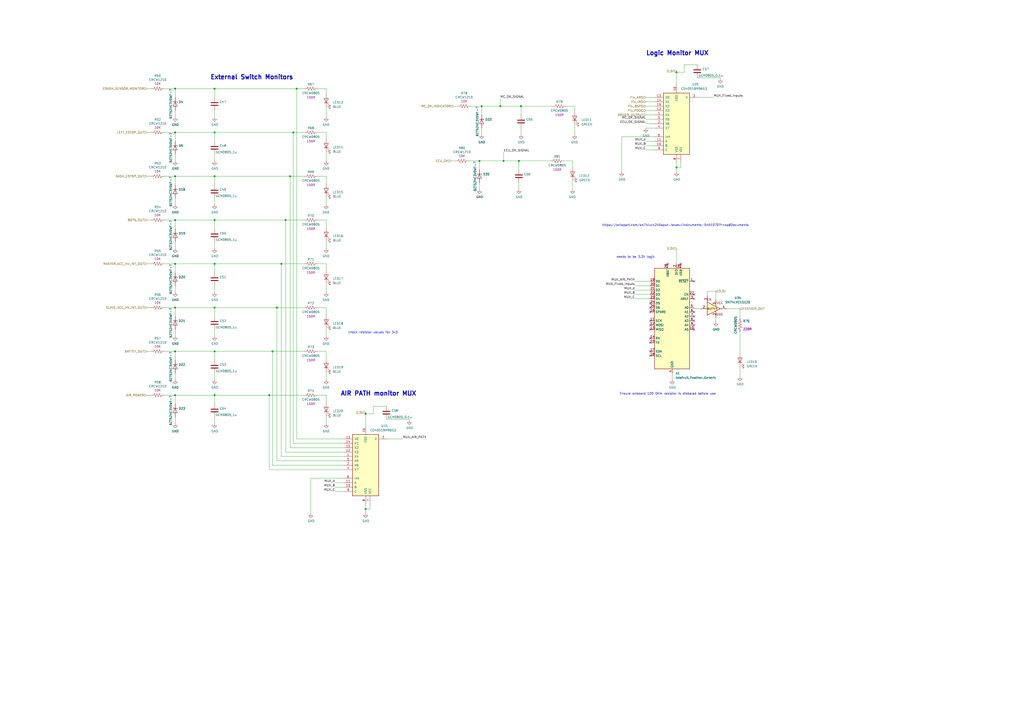
<source format=kicad_sch>
(kicad_sch (version 20231120) (generator "eeschema") (generator_version "8.0")
  (paper "A2")
  (junction (at 290.195 61.595))
  (junction (at 278.13 93.345))
  (junction (at 168.275 102.235))
  (junction (at 302.26 61.595))
  (junction (at 156.21 229.235))
  (junction (at 101.6 178.435))
  (junction (at 124.46 153.035))
  (junction (at 124.46 102.235))
  (junction (at 124.46 127.635))
  (junction (at 101.6 102.235))
  (junction (at 101.6 229.235))
  (junction (at 124.46 178.435))
  (junction (at 292.1 93.345))
  (junction (at 101.6 51.435))
  (junction (at 212.09 240.03))
  (junction (at 158.115 203.835))
  (junction (at 101.6 76.835))
  (junction (at 124.46 51.435))
  (junction (at 392.43 97.155))
  (junction (at 279.4 61.595))
  (junction (at 212.09 295.275))
  (junction (at 124.46 203.835))
  (junction (at 124.46 229.235))
  (junction (at 124.46 76.835))
  (junction (at 160.655 178.435))
  (junction (at 101.6 153.035))
  (junction (at 392.43 41.91))
  (junction (at 101.6 127.635))
  (junction (at 172.085 51.435))
  (junction (at 300.99 93.345))
  (junction (at 170.18 76.835))
  (junction (at 165.735 127.635))
  (junction (at 163.195 153.035))
  (junction (at 101.6 203.835))
  (no_connect (at 377.19 206.375))
  (no_connect (at 402.59 186.055))
  (no_connect (at 377.19 186.055))
  (no_connect (at 402.59 173.355))
  (no_connect (at 402.59 180.975))
  (no_connect (at 402.59 188.595))
  (no_connect (at 377.19 180.975))
  (no_connect (at 377.19 203.835))
  (no_connect (at 377.19 196.215))
  (no_connect (at 377.19 175.895))
  (no_connect (at 377.19 188.595))
  (no_connect (at 387.35 153.035))
  (no_connect (at 402.59 183.515))
  (no_connect (at 377.19 191.135))
  (no_connect (at 402.59 191.135))
  (no_connect (at 377.19 178.435))
  (no_connect (at 402.59 163.195))
  (no_connect (at 377.19 198.755))
  (no_connect (at 394.97 153.035))
  (no_connect (at 402.59 170.815))
  (wire (pts (xy 124.46 153.035) (xy 124.46 158.115)))
  (wire (pts (xy 410.21 168.91) (xy 415.29 168.91)))
  (wire (pts (xy 124.46 102.235) (xy 168.275 102.235)))
  (wire (pts (xy 101.6 169.545) (xy 101.6 165.735)))
  (wire (pts (xy 101.6 245.745) (xy 101.6 241.935)))
  (wire (pts (xy 402.59 178.435) (xy 402.59 179.07)))
  (wire (pts (xy 279.4 66.675) (xy 279.4 61.595)))
  (wire (pts (xy 332.105 104.775) (xy 332.105 109.855)))
  (wire (pts (xy 392.43 41.91) (xy 392.43 48.895)))
  (wire (pts (xy 101.6 127.635) (xy 124.46 127.635)))
  (wire (pts (xy 189.23 127.635) (xy 189.23 132.08)))
  (wire (pts (xy 278.13 98.425) (xy 278.13 93.345)))
  (wire (pts (xy 392.43 94.615) (xy 392.43 97.155)))
  (wire (pts (xy 374.65 86.995) (xy 379.73 86.995)))
  (wire (pts (xy 101.6 107.315) (xy 101.6 102.235)))
  (wire (pts (xy 224.79 254.635) (xy 233.68 254.635)))
  (wire (pts (xy 87.63 76.835) (xy 85.09 76.835)))
  (wire (pts (xy 415.29 184.15) (xy 415.29 186.69)))
  (wire (pts (xy 124.46 191.135) (xy 124.46 194.945)))
  (wire (pts (xy 189.23 139.7) (xy 189.23 144.145)))
  (wire (pts (xy 101.6 153.035) (xy 124.46 153.035)))
  (wire (pts (xy 199.39 282.575) (xy 194.31 282.575)))
  (wire (pts (xy 374.65 64.135) (xy 379.73 64.135)))
  (wire (pts (xy 214.63 292.735) (xy 214.63 295.275)))
  (wire (pts (xy 328.295 61.595) (xy 333.375 61.595)))
  (wire (pts (xy 101.6 234.315) (xy 101.6 229.235)))
  (wire (pts (xy 278.13 109.855) (xy 278.13 106.045)))
  (wire (pts (xy 158.115 269.875) (xy 199.39 269.875)))
  (wire (pts (xy 184.15 102.235) (xy 189.23 102.235)))
  (wire (pts (xy 224.155 235.585) (xy 216.535 235.585)))
  (wire (pts (xy 87.63 127.635) (xy 85.09 127.635)))
  (wire (pts (xy 101.6 203.835) (xy 124.46 203.835)))
  (wire (pts (xy 189.23 241.3) (xy 189.23 245.745)))
  (wire (pts (xy 172.085 51.435) (xy 172.085 254.635)))
  (wire (pts (xy 184.15 51.435) (xy 189.23 51.435)))
  (wire (pts (xy 124.46 153.035) (xy 163.195 153.035)))
  (wire (pts (xy 429.26 212.725) (xy 429.26 218.44)))
  (wire (pts (xy 374.65 69.215) (xy 379.73 69.215)))
  (wire (pts (xy 302.26 61.595) (xy 320.675 61.595)))
  (wire (pts (xy 189.23 190.5) (xy 189.23 194.945)))
  (wire (pts (xy 160.655 178.435) (xy 176.53 178.435)))
  (wire (pts (xy 212.09 240.03) (xy 212.09 247.015)))
  (wire (pts (xy 170.18 76.835) (xy 170.18 257.175)))
  (wire (pts (xy 124.46 51.435) (xy 124.46 56.515)))
  (wire (pts (xy 212.09 292.735) (xy 212.09 295.275)))
  (wire (pts (xy 302.26 74.295) (xy 302.26 78.105)))
  (wire (pts (xy 333.375 72.39) (xy 333.375 78.105)))
  (wire (pts (xy 101.6 102.235) (xy 124.46 102.235)))
  (wire (pts (xy 194.31 285.115) (xy 199.39 285.115)))
  (wire (pts (xy 87.63 51.435) (xy 85.09 51.435)))
  (wire (pts (xy 124.46 114.935) (xy 124.46 118.745)))
  (wire (pts (xy 189.23 178.435) (xy 189.23 182.88)))
  (wire (pts (xy 392.43 41.275) (xy 392.43 41.91)))
  (wire (pts (xy 368.3 165.735) (xy 377.19 165.735)))
  (wire (pts (xy 101.6 81.915) (xy 101.6 76.835)))
  (wire (pts (xy 158.115 203.835) (xy 176.53 203.835)))
  (wire (pts (xy 394.97 94.615) (xy 394.97 97.155)))
  (wire (pts (xy 290.195 61.595) (xy 302.26 61.595)))
  (wire (pts (xy 237.49 243.205) (xy 237.49 243.84)))
  (wire (pts (xy 95.25 178.435) (xy 101.6 178.435)))
  (wire (pts (xy 279.4 78.105) (xy 279.4 74.295)))
  (wire (pts (xy 180.34 277.495) (xy 180.34 297.815)))
  (wire (pts (xy 410.21 171.45) (xy 410.21 168.91)))
  (wire (pts (xy 168.275 259.715) (xy 199.39 259.715)))
  (wire (pts (xy 101.6 93.345) (xy 101.6 89.535)))
  (wire (pts (xy 168.275 102.235) (xy 176.53 102.235)))
  (wire (pts (xy 85.09 229.235) (xy 87.63 229.235)))
  (wire (pts (xy 394.97 97.155) (xy 392.43 97.155)))
  (wire (pts (xy 271.78 93.345) (xy 278.13 93.345)))
  (wire (pts (xy 124.46 203.835) (xy 158.115 203.835)))
  (wire (pts (xy 392.43 97.155) (xy 392.43 99.695)))
  (wire (pts (xy 421.64 179.07) (xy 429.26 179.07)))
  (wire (pts (xy 224.155 243.205) (xy 237.49 243.205)))
  (wire (pts (xy 368.3 170.815) (xy 377.19 170.815)))
  (wire (pts (xy 101.6 194.945) (xy 101.6 191.135)))
  (wire (pts (xy 273.05 61.595) (xy 279.4 61.595)))
  (wire (pts (xy 379.73 79.375) (xy 360.68 79.375)))
  (wire (pts (xy 199.39 277.495) (xy 180.34 277.495)))
  (wire (pts (xy 101.6 183.515) (xy 101.6 178.435)))
  (wire (pts (xy 124.46 51.435) (xy 172.085 51.435)))
  (wire (pts (xy 292.1 88.265) (xy 292.1 93.345)))
  (wire (pts (xy 189.23 102.235) (xy 189.23 106.68)))
  (wire (pts (xy 101.6 229.235) (xy 124.46 229.235)))
  (wire (pts (xy 170.18 257.175) (xy 199.39 257.175)))
  (wire (pts (xy 95.25 51.435) (xy 101.6 51.435)))
  (wire (pts (xy 189.23 62.23) (xy 189.23 67.945)))
  (wire (pts (xy 300.99 106.045) (xy 300.99 109.855)))
  (wire (pts (xy 300.99 93.345) (xy 319.405 93.345)))
  (wire (pts (xy 85.09 203.835) (xy 87.63 203.835)))
  (wire (pts (xy 184.15 178.435) (xy 189.23 178.435)))
  (wire (pts (xy 124.46 76.835) (xy 124.46 81.915)))
  (wire (pts (xy 212.09 295.275) (xy 212.09 297.815)))
  (wire (pts (xy 279.4 61.595) (xy 290.195 61.595)))
  (wire (pts (xy 300.99 93.345) (xy 300.99 98.425)))
  (wire (pts (xy 95.25 153.035) (xy 101.6 153.035)))
  (wire (pts (xy 158.115 203.835) (xy 158.115 269.875)))
  (wire (pts (xy 333.375 61.595) (xy 333.375 64.77)))
  (wire (pts (xy 189.23 88.265) (xy 189.23 93.345)))
  (wire (pts (xy 360.68 79.375) (xy 360.68 99.695)))
  (wire (pts (xy 368.3 163.195) (xy 377.19 163.195)))
  (wire (pts (xy 374.65 56.515) (xy 379.73 56.515)))
  (wire (pts (xy 101.6 208.915) (xy 101.6 203.835)))
  (wire (pts (xy 389.89 216.535) (xy 389.89 220.345)))
  (wire (pts (xy 163.195 153.035) (xy 176.53 153.035)))
  (wire (pts (xy 124.46 178.435) (xy 124.46 183.515)))
  (wire (pts (xy 404.495 37.465) (xy 396.875 37.465)))
  (wire (pts (xy 101.6 76.835) (xy 124.46 76.835)))
  (wire (pts (xy 95.25 203.835) (xy 101.6 203.835)))
  (wire (pts (xy 377.19 168.275) (xy 368.3 168.275)))
  (wire (pts (xy 189.23 51.435) (xy 189.23 54.61)))
  (wire (pts (xy 163.195 264.795) (xy 199.39 264.795)))
  (wire (pts (xy 101.6 51.435) (xy 124.46 51.435)))
  (wire (pts (xy 87.63 102.235) (xy 85.09 102.235)))
  (wire (pts (xy 189.23 114.3) (xy 189.23 118.745)))
  (wire (pts (xy 101.6 132.715) (xy 101.6 127.635)))
  (wire (pts (xy 165.735 262.255) (xy 199.39 262.255)))
  (wire (pts (xy 95.25 229.235) (xy 101.6 229.235)))
  (wire (pts (xy 374.65 61.595) (xy 379.73 61.595)))
  (wire (pts (xy 290.195 57.15) (xy 290.195 61.595)))
  (wire (pts (xy 124.46 64.135) (xy 124.46 67.945)))
  (wire (pts (xy 124.46 229.235) (xy 156.21 229.235)))
  (wire (pts (xy 165.735 127.635) (xy 165.735 262.255)))
  (wire (pts (xy 302.26 61.595) (xy 302.26 66.675)))
  (wire (pts (xy 392.43 144.145) (xy 392.43 153.035)))
  (wire (pts (xy 95.25 76.835) (xy 101.6 76.835)))
  (wire (pts (xy 429.26 179.07) (xy 429.26 184.785)))
  (wire (pts (xy 95.25 102.235) (xy 101.6 102.235)))
  (wire (pts (xy 124.46 178.435) (xy 160.655 178.435)))
  (wire (pts (xy 396.875 37.465) (xy 396.875 41.91)))
  (wire (pts (xy 374.65 71.755) (xy 379.73 71.755)))
  (wire (pts (xy 124.46 165.735) (xy 124.46 169.545)))
  (wire (pts (xy 415.29 168.91) (xy 415.29 173.99)))
  (wire (pts (xy 194.31 280.035) (xy 199.39 280.035)))
  (wire (pts (xy 265.43 61.595) (xy 262.89 61.595)))
  (wire (pts (xy 189.23 76.835) (xy 189.23 80.645)))
  (wire (pts (xy 184.15 153.035) (xy 189.23 153.035)))
  (wire (pts (xy 379.73 84.455) (xy 374.65 84.455)))
  (wire (pts (xy 101.6 220.345) (xy 101.6 216.535)))
  (wire (pts (xy 406.4 179.07) (xy 402.59 179.07)))
  (wire (pts (xy 101.6 56.515) (xy 101.6 51.435)))
  (wire (pts (xy 156.21 272.415) (xy 199.39 272.415)))
  (wire (pts (xy 184.15 76.835) (xy 189.23 76.835)))
  (wire (pts (xy 184.15 229.235) (xy 189.23 229.235)))
  (wire (pts (xy 101.6 144.145) (xy 101.6 140.335)))
  (wire (pts (xy 184.15 127.635) (xy 189.23 127.635)))
  (wire (pts (xy 405.13 56.515) (xy 414.02 56.515)))
  (wire (pts (xy 170.18 76.835) (xy 176.53 76.835)))
  (wire (pts (xy 101.6 158.115) (xy 101.6 153.035)))
  (wire (pts (xy 374.65 74.295) (xy 379.73 74.295)))
  (wire (pts (xy 212.09 239.395) (xy 212.09 240.03)))
  (wire (pts (xy 172.085 254.635) (xy 199.39 254.635)))
  (wire (pts (xy 124.46 127.635) (xy 165.735 127.635)))
  (wire (pts (xy 124.46 89.535) (xy 124.46 93.345)))
  (wire (pts (xy 396.875 41.91) (xy 392.43 41.91)))
  (wire (pts (xy 124.46 241.935) (xy 124.46 245.745)))
  (wire (pts (xy 264.16 93.345) (xy 261.62 93.345)))
  (wire (pts (xy 124.46 140.335) (xy 124.46 144.145)))
  (wire (pts (xy 216.535 235.585) (xy 216.535 240.03)))
  (wire (pts (xy 101.6 118.745) (xy 101.6 114.935)))
  (wire (pts (xy 379.73 59.055) (xy 374.65 59.055)))
  (wire (pts (xy 156.21 229.235) (xy 176.53 229.235)))
  (wire (pts (xy 168.275 102.235) (xy 168.275 259.715)))
  (wire (pts (xy 292.1 93.345) (xy 300.99 93.345)))
  (wire (pts (xy 124.46 216.535) (xy 124.46 220.345)))
  (wire (pts (xy 216.535 240.03) (xy 212.09 240.03)))
  (wire (pts (xy 160.655 178.435) (xy 160.655 267.335)))
  (wire (pts (xy 374.65 81.915) (xy 379.73 81.915)))
  (wire (pts (xy 85.09 178.435) (xy 87.63 178.435)))
  (wire (pts (xy 124.46 127.635) (xy 124.46 132.715)))
  (wire (pts (xy 87.63 153.035) (xy 85.09 153.035)))
  (wire (pts (xy 124.46 76.835) (xy 170.18 76.835)))
  (wire (pts (xy 189.23 203.835) (xy 189.23 208.28)))
  (wire (pts (xy 278.13 93.345) (xy 292.1 93.345)))
  (wire (pts (xy 327.025 93.345) (xy 332.105 93.345)))
  (wire (pts (xy 101.6 178.435) (xy 124.46 178.435)))
  (wire (pts (xy 95.25 127.635) (xy 101.6 127.635)))
  (wire (pts (xy 124.46 102.235) (xy 124.46 107.315)))
  (wire (pts (xy 214.63 295.275) (xy 212.09 295.275)))
  (wire (pts (xy 163.195 153.035) (xy 163.195 264.795)))
  (wire (pts (xy 189.23 229.235) (xy 189.23 233.68)))
  (wire (pts (xy 101.6 67.945) (xy 101.6 64.135)))
  (wire (pts (xy 429.26 192.405) (xy 429.26 205.105)))
  (wire (pts (xy 379.73 66.675) (xy 374.65 66.675)))
  (wire (pts (xy 172.085 51.435) (xy 176.53 51.435)))
  (wire (pts (xy 160.655 267.335) (xy 199.39 267.335)))
  (wire (pts (xy 189.23 215.9) (xy 189.23 220.345)))
  (wire (pts (xy 417.83 45.085) (xy 417.83 45.72)))
  (wire (pts (xy 189.23 153.035) (xy 189.23 156.845)))
  (wire (pts (xy 189.23 164.465) (xy 189.23 169.545)))
  (wire (pts (xy 165.735 127.635) (xy 176.53 127.635)))
  (wire (pts (xy 124.46 203.835) (xy 124.46 208.915)))
  (wire (pts (xy 184.15 203.835) (xy 189.23 203.835)))
  (wire (pts (xy 404.495 45.085) (xy 417.83 45.085)))
  (wire (pts (xy 332.105 93.345) (xy 332.105 97.155)))
  (wire (pts (xy 124.46 229.235) (xy 124.46 234.315)))
  (wire (pts (xy 377.19 173.355) (xy 368.3 173.355)))
  (wire (pts (xy 156.21 229.235) (xy 156.21 272.415)))
  (text "External Switch Monitors" (at 121.92 46.355 0) (effects (font (size 2.54 2.54) (thickness 0.508) (bold yes)) (justify left bottom)))
  (text "https://octopart.com/sn74lvc4245apwt-texas+instruments-5451070?r=sp#Documents" (at 349.25 131.445 0) (effects (font (size 1.27 1.27)) (justify left bottom)))
  (text "Logic Monitor MUX" (at 374.65 32.385 0) (effects (font (size 2.54 2.54) (thickness 0.508) (bold yes)) (justify left bottom)))
  (text "check resistor values for 3v3" (at 201.93 193.675 0) (effects (font (size 1.27 1.27)) (justify left bottom)))
  (text "Ensure onboard 120 Ohm resistor is disbaled before use" (at 359.41 229.235 0) (effects (font (size 1.27 1.27)) (justify left bottom)))
  (text "needs to be 3.3V logic" (at 357.505 149.86 0) (effects (font (size 1.27 1.27)) (justify left bottom)))
  (text "AIR PATH monitor MUX" (at 197.485 229.87 0) (effects (font (size 2.54 2.54) (thickness 0.508) (bold yes)) (justify left bottom)))
  (label "ECU_OK_SIGNAL" (at 292.1 88.265 0))
  (label "MUX_Fixed_Inputs" (at 368.3 165.735 180))
  (label "ECU_OK_SIGNAL" (at 374.65 71.755 180))
  (label "MUX_B" (at 368.3 170.815 180))
  (label "MUX_A" (at 374.65 81.915 180))
  (label "MC_OK_SIGNAL" (at 290.195 57.15 0))
  (label "MUX_C" (at 368.3 173.355 180))
  (label "MUX_AIR_PATH" (at 233.68 254.635 0))
  (label "MUX_A" (at 194.31 280.035 180))
  (label "MUX_AIR_PATH" (at 368.3 163.195 180))
  (label "MUX_C" (at 194.31 285.115 180))
  (label "MUX_Fixed_Inputs" (at 414.02 56.515 0))
  (label "MUX_C" (at 374.65 86.995 180))
  (label "MUX_B" (at 194.31 282.575 180))
  (label "MUX_A" (at 368.3 168.275 180))
  (label "MC_OK_SIGNAL" (at 374.65 69.215 180))
  (label "MUX_B" (at 374.65 84.455 180))
  (hierarchical_label "3.3V" (shape input) (at 392.43 144.145 180))
  (hierarchical_label "AIR_POWER" (shape input) (at 85.09 229.235 180))
  (hierarchical_label "SAFTEY_OUT" (shape input) (at 85.09 203.835 180))
  (hierarchical_label "MC_OK_INDICATOR" (shape input) (at 262.89 61.595 180))
  (hierarchical_label "BOTS_OUT" (shape input) (at 85.09 127.635 180))
  (hierarchical_label "DASH_ESTOP_OUT" (shape input) (at 85.09 102.235 180))
  (hierarchical_label "ECU_OK" (shape input) (at 261.62 93.345 180))
  (hierarchical_label "Fix_BSPD" (shape input) (at 374.65 61.595 180))
  (hierarchical_label "Fix_AMS" (shape input) (at 374.65 56.515 180))
  (hierarchical_label "3.3V" (shape input) (at 392.43 41.275 180))
  (hierarchical_label "SLAVE_ACC_HV_INT_OUT" (shape input) (at 85.09 178.435 180))
  (hierarchical_label "DRIVER_OUTPUT" (shape input) (at 374.65 66.675 180))
  (hierarchical_label "FEATHER_OUT" (shape input) (at 429.26 179.07 0))
  (hierarchical_label "3.3V" (shape input) (at 415.29 168.91 0))
  (hierarchical_label "LEFT_ESTOP_OUT" (shape input) (at 85.09 76.835 180))
  (hierarchical_label "Fix_IMD" (shape input) (at 374.65 59.055 180))
  (hierarchical_label "Fix_PDOC" (shape input) (at 374.65 64.135 180))
  (hierarchical_label "3.3V" (shape input) (at 212.09 239.395 180))
  (hierarchical_label "CRASH_SENSOR_MONITOR" (shape input) (at 85.09 51.435 180))
  (hierarchical_label "MASTER_ACC_HV_INT_OUT" (shape input) (at 85.09 153.035 180))
  (symbol (lib_id "power:GND") (at 279.4 78.105 0) (unit 1)
    (property "Reference" "#PWR0115" (effects (hide yes)))
    (property "Value" "GND" (at 279.527 82.4992 0))
    (instances (project "shutdownPCB" (path "" (reference "#PWR0115") (unit 1))) (project "Safety Circuit" (path "" (reference "#PWR076") (unit 1))))
  )
  (symbol (lib_id "power:GND") (at 189.23 144.145 0) (mirror y) (unit 1)
    (property "Reference" "#PWR0124" (effects (hide yes)))
    (property "Value" "GND" (at 189.103 148.5392 0))
    (instances (project "shutdownPCB" (path "" (reference "#PWR0124") (unit 1))) (project "Safety Circuit" (path "" (reference "#PWR071") (unit 1))))
  )
  (symbol (lib_id "power:GND") (at 124.46 169.545 0) (unit 1)
    (property "Reference" "#PWR0108" (effects (hide yes)))
    (property "Value" "GND" (at 124.587 173.9392 0))
    (instances (project "shutdownPCB" (path "" (reference "#PWR0108") (unit 1))) (project "Safety Circuit" (path "" (reference "#PWR0101") (unit 1))))
  )
  (symbol (lib_id "power:GND") (at 101.6 245.745 0) (unit 1)
    (property "Reference" "#PWR0103" (effects (hide yes)))
    (property "Value" "GND" (at 101.727 250.1392 0))
    (instances (project "shutdownPCB" (path "" (reference "#PWR0103") (unit 1))) (project "Safety Circuit" (path "" (reference "#PWR0121") (unit 1))))
  )
  (symbol (lib_id "Safety-Circuit-rescue:CRCW1210-UniSA_Motorsport_Resistor") (at 91.44 178.435 270) (unit 1)
    (property "Reference" "R56" (at 91.44 170.942 90))
    (property "Value" "CRCW1210" (at 91.44 173.2534 90))
    (property "Footprint" "UniSA_Motorsport_Resistor:0805" (effects (hide yes)))
    (property "Datasheet" "https://au.mouser.com/datasheet/2/427/dcrcwe3-1762152.pdf" (effects (hide yes)))
    (property "Resistance" "10K" (at 91.44 175.5648 90))
    (property "Voltage Rating" "200V" (effects (hide yes)))
    (property "Power Rating" "500mW" (effects (hide yes)))
    (property "E24 Values" "http://www.ohmslawcalculator.com/e24-resistor-sizes" (effects (hide yes)))
    (instances (project "shutdownPCB" (path "" (reference "R56") (unit 1))) (project "Safety Circuit" (path "" (reference "R68") (unit 1))))
  )
  (symbol (lib_id "UniSA_Motorsport_Diode:LED_0805") (at 189.23 110.49 90) (unit 1)
    (property "Reference" "LED15" (at 193.04 111.4552 90) (effects (justify right)))
    (property "Value" "BLUE" (at 193.04 113.9952 90) (effects (justify right)))
    (property "Footprint" "UniSA_Motorsport_Diode:0805" (effects (hide yes)))
    (property "Datasheet" "https://au.mouser.com/datasheet/2/109/Dialight_CBI_data_599-0805_Apr2018-1370606.pdf" (effects (hide yes)))
    (property "Color" "Red, Blue, Green, Orange, Yellow" (effects (hide yes)))
  )
  (symbol (lib_id "power:GND") (at 392.43 99.695 0) (unit 1)
    (property "Reference" "#PWR0135" (effects (hide yes)))
    (property "Value" "GND" (at 392.557 104.0892 0))
    (instances (project "shutdownPCB" (path "" (reference "#PWR0135") (unit 1))) (project "Safety Circuit" (path "" (reference "#PWR0119") (unit 1))))
  )
  (symbol (lib_id "UniSA_Motorsport_Diode:LED_0805") (at 189.23 160.655 90) (unit 1)
    (property "Reference" "LED17" (at 193.04 161.6202 90) (effects (justify right)))
    (property "Value" "BLUE" (at 193.04 164.1602 90) (effects (justify right)))
    (property "Footprint" "UniSA_Motorsport_Diode:0805" (effects (hide yes)))
    (property "Datasheet" "https://au.mouser.com/datasheet/2/109/Dialight_CBI_data_599-0805_Apr2018-1370606.pdf" (effects (hide yes)))
    (property "Color" "Red, Blue, Green, Orange, Yellow" (effects (hide yes)))
  )
  (symbol (lib_id "power:GND") (at 124.46 93.345 0) (unit 1)
    (property "Reference" "#PWR0105" (effects (hide yes)))
    (property "Value" "GND" (at 124.587 97.7392 0))
    (instances (project "shutdownPCB" (path "" (reference "#PWR0105") (unit 1))) (project "Safety Circuit" (path "" (reference "#PWR083") (unit 1))))
  )
  (symbol (lib_id "power:GND") (at 389.89 220.345 0) (unit 1)
    (property "Reference" "#PWR0138" (effects (hide yes)))
    (property "Value" "GND" (at 390.017 224.7392 0))
    (instances (project "shutdownPCB" (path "" (reference "#PWR0138") (unit 1))) (project "Safety Circuit" (path "" (reference "#PWR0150") (unit 1))))
  )
  (symbol (lib_id "power:GND") (at 302.26 78.105 0) (unit 1)
    (property "Reference" "#PWR0131" (effects (hide yes)))
    (property "Value" "GND" (at 302.387 82.4992 0))
    (instances (project "shutdownPCB" (path "" (reference "#PWR0131") (unit 1))) (project "Safety Circuit" (path "" (reference "#PWR077") (unit 1))))
  )
  (symbol (lib_id "power:GND") (at 101.6 220.345 0) (unit 1)
    (property "Reference" "#PWR0102" (effects (hide yes)))
    (property "Value" "GND" (at 101.727 224.7392 0))
    (instances (project "shutdownPCB" (path "" (reference "#PWR0102") (unit 1))) (project "Safety Circuit" (path "" (reference "#PWR0113") (unit 1))))
  )
  (symbol (lib_id "UniSA_Motorsport_Diode:BZT52HC3V0WF-7") (at 101.6 161.925 270) (unit 1)
    (property "Reference" "D20" (at 103.6066 160.7566 90) (effects (justify left)))
    (property "Value" "BZT52HC3V0WF-7" (at 99.06 161.925 0))
    (property "Footprint" "UniSA_Motorsport_SO:SOD123F" (effects (hide yes)))
    (property "Datasheet" "https://au.mouser.com/datasheet/2/115/BZT52HC2V4WF_-_BZT52HC47WF-1592021.pdf" (effects (hide yes)))
    (property "Breakdown" "3.0V" (effects (hide yes)))
    (property "Current rating" "5mA" (effects (hide yes)))
    (instances (project "shutdownPCB" (path "" (reference "D20") (unit 1))) (project "Safety Circuit" (path "" (reference "D28") (unit 1))))
  )
  (symbol (lib_id "power:GND") (at 278.13 109.855 0) (unit 1)
    (property "Reference" "#PWR0134" (effects (hide yes)))
    (property "Value" "GND" (at 278.257 114.2492 0))
    (instances (project "shutdownPCB" (path "" (reference "#PWR0134") (unit 1))) (project "Safety Circuit" (path "" (reference "#PWR076") (unit 1))))
  )
  (symbol (lib_id "UniSA_Motorsport_Resistor:CRCW0805") (at 180.34 76.835 90) (unit 1)
    (property "Reference" "R68" (at 180.34 74.295 90))
    (property "Value" "CRCW0805" (at 180.34 79.375 90))
    (property "Footprint" "UniSA_Motorsport_Resistor:0805" (effects (hide yes)))
    (property "Datasheet" "https://au.mouser.com/datasheet/2/427/dcrcwe3-1762152.pdf" (effects (hide yes)))
    (property "Resistance" "150R" (at 180.34 81.915 90))
    (property "Voltage Rating" "150V" (effects (hide yes)))
    (property "Power Rating" "125mW" (effects (hide yes)))
    (property "E24 Values" "http://www.ohmslawcalculator.com/e24-resistor-sizes" (effects (hide yes)))
    (instances (project "shutdownPCB" (path "" (reference "R68") (unit 1))) (project "Safety Circuit" (path "" (reference "R55") (unit 1))))
  )
  (symbol (lib_id "Safety-Circuit-rescue:CRCW1210-UniSA_Motorsport_Resistor") (at 91.44 76.835 270) (unit 1)
    (property "Reference" "R52" (at 91.44 69.342 90))
    (property "Value" "CRCW1210" (at 91.44 71.6534 90))
    (property "Footprint" "UniSA_Motorsport_Resistor:0805" (effects (hide yes)))
    (property "Datasheet" "https://au.mouser.com/datasheet/2/427/dcrcwe3-1762152.pdf" (effects (hide yes)))
    (property "Resistance" "10K" (at 91.44 73.9648 90))
    (property "Voltage Rating" "200V" (effects (hide yes)))
    (property "Power Rating" "500mW" (effects (hide yes)))
    (property "E24 Values" "http://www.ohmslawcalculator.com/e24-resistor-sizes" (effects (hide yes)))
    (instances (project "shutdownPCB" (path "" (reference "R52") (unit 1))) (project "Safety Circuit" (path "" (reference "R53") (unit 1))))
  )
  (symbol (lib_id "power:GND") (at 101.6 93.345 0) (unit 1)
    (property "Reference" "#PWR097" (effects (hide yes)))
    (property "Value" "GND" (at 101.727 97.7392 0))
    (instances (project "shutdownPCB" (path "" (reference "#PWR097") (unit 1))) (project "Safety Circuit" (path "" (reference "#PWR082") (unit 1))))
  )
  (symbol (lib_id "UniSA_Motorsport_Diode:LED_0805") (at 189.23 84.455 90) (unit 1)
    (property "Reference" "LED14" (at 193.04 85.4202 90) (effects (justify right)))
    (property "Value" "BLUE" (at 193.04 87.9602 90) (effects (justify right)))
    (property "Footprint" "UniSA_Motorsport_Diode:0805" (effects (hide yes)))
    (property "Datasheet" "https://au.mouser.com/datasheet/2/109/Dialight_CBI_data_599-0805_Apr2018-1370606.pdf" (effects (hide yes)))
    (property "Color" "Red, Blue, Green, Orange, Yellow" (effects (hide yes)))
  )
  (symbol (lib_name "GCM0805_0.1u_1") (lib_id "UniSA_Motorsport_Capacitor:GCM0805_0.1u") (at 404.495 41.275 0) (unit 1)
    (property "Reference" "C57" (at 407.416 40.1066 0) (effects (justify left)))
    (property "Value" "GCM0805_0.1u" (at 405.13 43.815 0) (effects (justify left)))
    (property "Footprint" "UniSA_Motorsport_Capacitor:0805" (effects (hide yes)))
    (property "Datasheet" "https://au.mouser.com/datasheet/2/281/murata_03122018_GCM_Series-1310150.pdf" (effects (hide yes)))
    (property "Voltage Rating" "16V" (effects (hide yes)))
    (instances (project "shutdownPCB" (path "" (reference "C57") (unit 1))) (project "Safety Circuit" (path "" (reference "C34") (unit 1))))
  )
  (symbol (lib_id "UniSA_Motorsport_Capacitor:GCM0805_1u") (at 124.46 238.125 0) (unit 1)
    (property "Reference" "C54" (at 127.381 236.9566 0) (effects (justify left)))
    (property "Value" "GCM0805_1u" (at 125.095 240.665 0) (effects (justify left)))
    (property "Footprint" "UniSA_Motorsport_Capacitor:0805" (effects (hide yes)))
    (property "Datasheet" "https://au.mouser.com/datasheet/2/281/murata_03122018_GCM_Series-1310150.pdf" (effects (hide yes)))
    (property "Voltage Rating" "50V" (effects (hide yes)))
    (instances (project "shutdownPCB" (path "" (reference "C54") (unit 1))) (project "Safety Circuit" (path "" (reference "C35") (unit 1))))
  )
  (symbol (lib_id "UniSA_Motorsport_Diode:BZT52HC3V0WF-7") (at 101.6 60.325 270) (unit 1)
    (property "Reference" "D4" (at 103.6066 59.1566 90) (effects (justify left)))
    (property "Value" "BZT52HC3V0WF-7" (at 99.06 60.325 0))
    (property "Footprint" "UniSA_Motorsport_SO:SOD123F" (effects (hide yes)))
    (property "Datasheet" "https://au.mouser.com/datasheet/2/115/BZT52HC2V4WF_-_BZT52HC47WF-1592021.pdf" (effects (hide yes)))
    (property "Breakdown" "3.0V" (effects (hide yes)))
    (property "Current rating" "5mA" (effects (hide yes)))
    (instances (project "shutdownPCB" (path "" (reference "D4") (unit 1))) (project "Safety Circuit" (path "" (reference "D19") (unit 1))))
  )
  (symbol (lib_id "Safety-Circuit-rescue:CD4051BM96G3-UniSA_Motorsport_Logic") (at 392.43 71.755 0) (unit 1)
    (property "Reference" "U25" (at 401.32 48.895 0) (effects (justify left)))
    (property "Value" "CD4051BM96G3" (at 394.97 51.435 0) (effects (justify left)))
    (property "Footprint" "UniSA_Motorsport_SO:SOIC-16" (effects (hide yes)))
    (property "Datasheet" "http://www.ti.com/lit/ds/symlink/cd4051b.pdf?ts=1588338734665" (effects (hide yes)))
    (instances (project "shutdownPCB" (path "" (reference "U25") (unit 1))) (project "Safety Circuit" (path "" (reference "U13") (unit 1))))
  )
  (symbol (lib_id "power:GND") (at 124.46 245.745 0) (unit 1)
    (property "Reference" "#PWR0111" (effects (hide yes)))
    (property "Value" "GND" (at 124.587 250.1392 0))
    (instances (project "shutdownPCB" (path "" (reference "#PWR0111") (unit 1))) (project "Safety Circuit" (path "" (reference "#PWR0122") (unit 1))))
  )
  (symbol (lib_id "Safety-Circuit-rescue:CRCW1210-UniSA_Motorsport_Resistor") (at 91.44 153.035 270) (unit 1)
    (property "Reference" "R55" (at 91.44 145.542 90))
    (property "Value" "CRCW1210" (at 91.44 147.8534 90))
    (property "Footprint" "UniSA_Motorsport_Resistor:0805" (effects (hide yes)))
    (property "Datasheet" "https://au.mouser.com/datasheet/2/427/dcrcwe3-1762152.pdf" (effects (hide yes)))
    (property "Resistance" "10K" (at 91.44 150.1648 90))
    (property "Voltage Rating" "200V" (effects (hide yes)))
    (property "Power Rating" "500mW" (effects (hide yes)))
    (property "E24 Values" "http://www.ohmslawcalculator.com/e24-resistor-sizes" (effects (hide yes)))
    (instances (project "shutdownPCB" (path "" (reference "R55") (unit 1))) (project "Safety Circuit" (path "" (reference "R65") (unit 1))))
  )
  (symbol (lib_id "UniSA_Motorsport_Logic:SN74LVC1G126_") (at 414.02 179.07 0) (unit 1)
    (property "Reference" "U34" (at 427.99 172.7514 0))
    (property "Value" "SN74LVC1G126" (at 427.99 175.2914 0))
    (property "Footprint" "UniSA_Motorsport_SO:SC70-5" (effects (hide yes)))
    (property "Datasheet" "https://au.mouser.com/ProductDetail/Texas-Instruments/SN74LVC1G126DCKR?qs=dT9u2OTAaVW%2Fud9OnJz8pg%3D%3D" (effects (hide yes)))
    (property "Description" "BUFFER" (effects (hide yes)))
  )
  (symbol (lib_id "UniSA_Motorsport_Capacitor:GCM0805_1u") (at 302.26 70.485 0) (unit 1)
    (property "Reference" "C55" (at 305.181 69.3166 0) (effects (justify left)))
    (property "Value" "GCM0805_1u" (effects (hide yes)))
    (property "Footprint" "UniSA_Motorsport_Capacitor:0805" (effects (hide yes)))
    (property "Datasheet" "https://au.mouser.com/datasheet/2/281/murata_03122018_GCM_Series-1310150.pdf" (effects (hide yes)))
    (property "Voltage Rating" "50V" (effects (hide yes)))
    (instances (project "shutdownPCB" (path "" (reference "C55") (unit 1))) (project "Safety Circuit" (path "" (reference "C21") (unit 1))))
  )
  (symbol (lib_id "power:GND") (at 300.99 109.855 0) (unit 1)
    (property "Reference" "#PWR0136" (effects (hide yes)))
    (property "Value" "GND" (at 301.117 114.2492 0))
    (instances (project "shutdownPCB" (path "" (reference "#PWR0136") (unit 1))) (project "Safety Circuit" (path "" (reference "#PWR077") (unit 1))))
  )
  (symbol (lib_id "Safety-Circuit-rescue:CRCW1210-UniSA_Motorsport_Resistor") (at 267.97 93.345 270) (unit 1)
    (property "Reference" "R80" (at 267.97 85.852 90))
    (property "Value" "CRCW1210" (at 267.97 88.1634 90))
    (property "Footprint" "UniSA_Motorsport_Resistor:0805" (effects (hide yes)))
    (property "Datasheet" "https://au.mouser.com/datasheet/2/427/dcrcwe3-1762152.pdf" (effects (hide yes)))
    (property "Resistance" "10K" (at 267.97 90.4748 90))
    (property "Voltage Rating" "200V" (effects (hide yes)))
    (property "Power Rating" "500mW" (effects (hide yes)))
    (property "E24 Values" "http://www.ohmslawcalculator.com/e24-resistor-sizes" (effects (hide yes)))
    (instances (project "shutdownPCB" (path "" (reference "R80") (unit 1))) (project "Safety Circuit" (path "" (reference "R50") (unit 1))))
  )
  (symbol (lib_id "power:GND") (at 237.49 243.84 0) (unit 1)
    (property "Reference" "#PWR0114" (effects (hide yes)))
    (property "Value" "GND" (at 237.617 248.2342 0))
    (instances (project "shutdownPCB" (path "" (reference "#PWR0114") (unit 1))) (project "Safety Circuit" (path "" (reference "#PWR0118") (unit 1))))
  )
  (symbol (lib_id "UniSA_Motorsport_Resistor:CRCW0805") (at 180.34 178.435 90) (unit 1)
    (property "Reference" "R72" (at 180.34 175.895 90))
    (property "Value" "CRCW0805" (at 180.34 180.975 90))
    (property "Footprint" "UniSA_Motorsport_Resistor:0805" (effects (hide yes)))
    (property "Datasheet" "https://au.mouser.com/datasheet/2/427/dcrcwe3-1762152.pdf" (effects (hide yes)))
    (property "Resistance" "150R" (at 180.34 183.515 90))
    (property "Voltage Rating" "150V" (effects (hide yes)))
    (property "Power Rating" "125mW" (effects (hide yes)))
    (property "E24 Values" "http://www.ohmslawcalculator.com/e24-resistor-sizes" (effects (hide yes)))
    (instances (project "shutdownPCB" (path "" (reference "R72") (unit 1))) (project "Safety Circuit" (path "" (reference "R71") (unit 1))))
  )
  (symbol (lib_id "UniSA_Motorsport_Diode:BZT52HC3V0WF-7") (at 279.4 70.485 270) (unit 1)
    (property "Reference" "D33" (at 281.4066 69.3166 90) (effects (justify left)))
    (property "Value" "BZT52HC3V0WF-7" (at 276.86 70.485 0))
    (property "Footprint" "UniSA_Motorsport_SO:SOD123F" (effects (hide yes)))
    (property "Datasheet" "https://au.mouser.com/datasheet/2/115/BZT52HC2V4WF_-_BZT52HC47WF-1592021.pdf" (effects (hide yes)))
    (property "Breakdown" "3.0V" (effects (hide yes)))
    (property "Current rating" "5mA" (effects (hide yes)))
    (instances (project "shutdownPCB" (path "" (reference "D33") (unit 1))) (project "Safety Circuit" (path "" (reference "D19") (unit 1))))
  )
  (symbol (lib_id "UniSA_Motorsport_Resistor:CRCW0805") (at 323.215 93.345 90) (unit 1)
    (property "Reference" "R81" (at 323.215 90.805 90))
    (property "Value" "CRCW0805" (at 323.215 95.885 90))
    (property "Footprint" "UniSA_Motorsport_Resistor:0805" (effects (hide yes)))
    (property "Datasheet" "https://au.mouser.com/datasheet/2/427/dcrcwe3-1762152.pdf" (effects (hide yes)))
    (property "Resistance" "150R" (at 323.215 98.425 90))
    (property "Voltage Rating" "150V" (effects (hide yes)))
    (property "Power Rating" "125mW" (effects (hide yes)))
    (property "E24 Values" "http://www.ohmslawcalculator.com/e24-resistor-sizes" (effects (hide yes)))
    (instances (project "shutdownPCB" (path "" (reference "R81") (unit 1))) (project "Safety Circuit" (path "" (reference "R52") (unit 1))))
  )
  (symbol (lib_id "UniSA_Motorsport_Diode:LED_0805") (at 189.23 237.49 90) (unit 1)
    (property "Reference" "LED20" (at 193.04 238.4552 90) (effects (justify right)))
    (property "Value" "BLUE" (at 193.04 240.9952 90) (effects (justify right)))
    (property "Footprint" "UniSA_Motorsport_Diode:0805" (effects (hide yes)))
    (property "Datasheet" "https://au.mouser.com/datasheet/2/109/Dialight_CBI_data_599-0805_Apr2018-1370606.pdf" (effects (hide yes)))
    (property "Color" "Red, Blue, Green, Orange, Yellow" (effects (hide yes)))
  )
  (symbol (lib_id "power:GND") (at 189.23 245.745 0) (mirror y) (unit 1)
    (property "Reference" "#PWR0128" (effects (hide yes)))
    (property "Value" "GND" (at 189.103 250.1392 0))
    (instances (project "shutdownPCB" (path "" (reference "#PWR0128") (unit 1))) (project "Safety Circuit" (path "" (reference "#PWR071") (unit 1))))
  )
  (symbol (lib_id "UniSA_Motorsport_Resistor:CRCW0805") (at 180.34 153.035 90) (unit 1)
    (property "Reference" "R71" (at 180.34 150.495 90))
    (property "Value" "CRCW0805" (at 180.34 155.575 90))
    (property "Footprint" "UniSA_Motorsport_Resistor:0805" (effects (hide yes)))
    (property "Datasheet" "https://au.mouser.com/datasheet/2/427/dcrcwe3-1762152.pdf" (effects (hide yes)))
    (property "Resistance" "150R" (at 180.34 158.115 90))
    (property "Voltage Rating" "150V" (effects (hide yes)))
    (property "Power Rating" "125mW" (effects (hide yes)))
    (property "E24 Values" "http://www.ohmslawcalculator.com/e24-resistor-sizes" (effects (hide yes)))
    (instances (project "shutdownPCB" (path "" (reference "R71") (unit 1))) (project "Safety Circuit" (path "" (reference "R67") (unit 1))))
  )
  (symbol (lib_id "power:GND") (at 417.83 45.72 0) (unit 1)
    (property "Reference" "#PWR0113" (effects (hide yes)))
    (property "Value" "GND" (at 417.957 50.1142 0))
    (instances (project "shutdownPCB" (path "" (reference "#PWR0113") (unit 1))) (project "Safety Circuit" (path "" (reference "#PWR0118") (unit 1))))
  )
  (symbol (lib_id "power:GND") (at 429.26 218.44 0) (unit 1)
    (property "Reference" "#PWR0140" (effects (hide yes)))
    (property "Value" "GND" (at 429.387 222.8342 0))
    (instances (project "shutdownPCB" (path "" (reference "#PWR0140") (unit 1))) (project "Safety Circuit" (path "" (reference "#PWR071") (unit 1))))
  )
  (symbol (lib_id "UniSA_Motorsport_Resistor:CRCW0805") (at 180.34 51.435 90) (unit 1)
    (property "Reference" "R67" (at 180.34 48.895 90))
    (property "Value" "CRCW0805" (at 180.34 53.975 90))
    (property "Footprint" "UniSA_Motorsport_Resistor:0805" (effects (hide yes)))
    (property "Datasheet" "https://au.mouser.com/datasheet/2/427/dcrcwe3-1762152.pdf" (effects (hide yes)))
    (property "Resistance" "150R" (at 180.34 56.515 90))
    (property "Voltage Rating" "150V" (effects (hide yes)))
    (property "Power Rating" "125mW" (effects (hide yes)))
    (property "E24 Values" "http://www.ohmslawcalculator.com/e24-resistor-sizes" (effects (hide yes)))
    (instances (project "shutdownPCB" (path "" (reference "R67") (unit 1))) (project "Safety Circuit" (path "" (reference "R52") (unit 1))))
  )
  (symbol (lib_id "UniSA_Motorsport_Capacitor:GCM0805_1u") (at 124.46 85.725 0) (unit 1)
    (property "Reference" "C48" (at 127.381 84.5566 0) (effects (justify left)))
    (property "Value" "GCM0805_1u" (at 125.095 88.265 0) (effects (justify left)))
    (property "Footprint" "UniSA_Motorsport_Capacitor:0805" (effects (hide yes)))
    (property "Datasheet" "https://au.mouser.com/datasheet/2/281/murata_03122018_GCM_Series-1310150.pdf" (effects (hide yes)))
    (property "Voltage Rating" "50V" (effects (hide yes)))
    (instances (project "shutdownPCB" (path "" (reference "C48") (unit 1))) (project "Safety Circuit" (path "" (reference "C24") (unit 1))))
  )
  (symbol (lib_id "power:GND") (at 189.23 169.545 0) (mirror y) (unit 1)
    (property "Reference" "#PWR0125" (effects (hide yes)))
    (property "Value" "GND" (at 189.103 173.9392 0))
    (instances (project "shutdownPCB" (path "" (reference "#PWR0125") (unit 1))) (project "Safety Circuit" (path "" (reference "#PWR071") (unit 1))))
  )
  (symbol (lib_id "Safety-Circuit-rescue:CRCW1210-UniSA_Motorsport_Resistor") (at 269.24 61.595 270) (unit 1)
    (property "Reference" "R78" (at 269.24 54.102 90))
    (property "Value" "CRCW1210" (at 269.24 56.4134 90))
    (property "Footprint" "UniSA_Motorsport_Resistor:0805" (effects (hide yes)))
    (property "Datasheet" "https://au.mouser.com/datasheet/2/427/dcrcwe3-1762152.pdf" (effects (hide yes)))
    (property "Resistance" "10K" (at 269.24 58.7248 90))
    (property "Voltage Rating" "200V" (effects (hide yes)))
    (property "Power Rating" "500mW" (effects (hide yes)))
    (property "E24 Values" "http://www.ohmslawcalculator.com/e24-resistor-sizes" (effects (hide yes)))
    (instances (project "shutdownPCB" (path "" (reference "R78") (unit 1))) (project "Safety Circuit" (path "" (reference "R50") (unit 1))))
  )
  (symbol (lib_id "UniSA_Motorsport_Diode:BZT52HC3V0WF-7") (at 278.13 102.235 270) (unit 1)
    (property "Reference" "D35" (at 280.1366 101.0666 90) (effects (justify left)))
    (property "Value" "BZT52HC3V0WF-7" (at 275.59 102.235 0))
    (property "Footprint" "UniSA_Motorsport_SO:SOD123F" (effects (hide yes)))
    (property "Datasheet" "https://au.mouser.com/datasheet/2/115/BZT52HC2V4WF_-_BZT52HC47WF-1592021.pdf" (effects (hide yes)))
    (property "Breakdown" "3.0V" (effects (hide yes)))
    (property "Current rating" "5mA" (effects (hide yes)))
    (instances (project "shutdownPCB" (path "" (reference "D35") (unit 1))) (project "Safety Circuit" (path "" (reference "D19") (unit 1))))
  )
  (symbol (lib_id "MCU_Module:Adafruit_Feather_Generic") (at 389.89 183.515 0) (unit 1)
    (property "Reference" "A1" (at 391.9094 216.535 0) (effects (justify left)))
    (property "Value" "Adafruit_Feather_Generic" (at 391.9094 219.075 0) (effects (justify left)))
    (property "Footprint" "Module:Adafruit_Feather_WithMountingHoles" (effects (hide yes)))
    (property "Datasheet" "https://cdn-learn.adafruit.com/downloads/pdf/adafruit-feather.pdf" (effects (hide yes)))
    (instances (project "shutdownPCB" (path "" (reference "A1") (unit 1))) (project "Safety Circuit" (path "" (reference "A2") (unit 1))))
  )
  (symbol (lib_id "power:GND") (at 124.46 220.345 0) (unit 1)
    (property "Reference" "#PWR0110" (effects (hide yes)))
    (property "Value" "GND" (at 124.587 224.7392 0))
    (instances (project "shutdownPCB" (path "" (reference "#PWR0110") (unit 1))) (project "Safety Circuit" (path "" (reference "#PWR0114") (unit 1))))
  )
  (symbol (lib_id "UniSA_Motorsport_Capacitor:GCM0805_1u") (at 124.46 60.325 0) (unit 1)
    (property "Reference" "C47" (at 127.381 59.1566 0) (effects (justify left)))
    (property "Value" "GCM0805_1u" (effects (hide yes)))
    (property "Footprint" "UniSA_Motorsport_Capacitor:0805" (effects (hide yes)))
    (property "Datasheet" "https://au.mouser.com/datasheet/2/281/murata_03122018_GCM_Series-1310150.pdf" (effects (hide yes)))
    (property "Voltage Rating" "50V" (effects (hide yes)))
    (instances (project "shutdownPCB" (path "" (reference "C47") (unit 1))) (project "Safety Circuit" (path "" (reference "C21") (unit 1))))
  )
  (symbol (lib_name "GCM0805_0.1u_1") (lib_id "UniSA_Motorsport_Capacitor:GCM0805_0.1u") (at 224.155 239.395 0) (unit 1)
    (property "Reference" "C58" (at 227.076 238.2266 0) (effects (justify left)))
    (property "Value" "GCM0805_0.1u" (at 224.79 241.935 0) (effects (justify left)))
    (property "Footprint" "UniSA_Motorsport_Capacitor:0805" (effects (hide yes)))
    (property "Datasheet" "https://au.mouser.com/datasheet/2/281/murata_03122018_GCM_Series-1310150.pdf" (effects (hide yes)))
    (property "Voltage Rating" "16V" (effects (hide yes)))
    (instances (project "shutdownPCB" (path "" (reference "C58") (unit 1))) (project "Safety Circuit" (path "" (reference "C34") (unit 1))))
  )
  (symbol (lib_id "UniSA_Motorsport_Capacitor:GCM0805_1u") (at 124.46 111.125 0) (unit 1)
    (property "Reference" "C49" (at 127.381 109.9566 0) (effects (justify left)))
    (property "Value" "GCM0805_1u" (at 125.095 113.665 0) (effects (justify left)))
    (property "Footprint" "UniSA_Motorsport_Capacitor:0805" (effects (hide yes)))
    (property "Datasheet" "https://au.mouser.com/datasheet/2/281/murata_03122018_GCM_Series-1310150.pdf" (effects (hide yes)))
    (property "Voltage Rating" "50V" (effects (hide yes)))
    (instances (project "shutdownPCB" (path "" (reference "C49") (unit 1))) (project "Safety Circuit" (path "" (reference "C29") (unit 1))))
  )
  (symbol (lib_id "UniSA_Motorsport_Resistor:CRCW0805") (at 180.34 229.235 90) (unit 1)
    (property "Reference" "R74" (at 180.34 226.695 90))
    (property "Value" "CRCW0805" (at 180.34 231.775 90))
    (property "Footprint" "UniSA_Motorsport_Resistor:0805" (effects (hide yes)))
    (property "Datasheet" "https://au.mouser.com/datasheet/2/427/dcrcwe3-1762152.pdf" (effects (hide yes)))
    (property "Resistance" "150R" (at 180.34 234.315 90))
    (property "Voltage Rating" "150V" (effects (hide yes)))
    (property "Power Rating" "125mW" (effects (hide yes)))
    (property "E24 Values" "http://www.ohmslawcalculator.com/e24-resistor-sizes" (effects (hide yes)))
    (instances (project "shutdownPCB" (path "" (reference "R74") (unit 1))) (project "Safety Circuit" (path "" (reference "R79") (unit 1))))
  )
  (symbol (lib_id "UniSA_Motorsport_Diode:LED_0805") (at 189.23 186.69 90) (unit 1)
    (property "Reference" "LED18" (at 193.04 187.6552 90) (effects (justify right)))
    (property "Value" "BLUE" (at 193.04 190.1952 90) (effects (justify right)))
    (property "Footprint" "UniSA_Motorsport_Diode:0805" (effects (hide yes)))
    (property "Datasheet" "https://au.mouser.com/datasheet/2/109/Dialight_CBI_data_599-0805_Apr2018-1370606.pdf" (effects (hide yes)))
    (property "Color" "Red, Blue, Green, Orange, Yellow" (effects (hide yes)))
  )
  (symbol (lib_id "power:GND") (at 189.23 220.345 0) (mirror y) (unit 1)
    (property "Reference" "#PWR0127" (effects (hide yes)))
    (property "Value" "GND" (at 189.103 224.7392 0))
    (instances (project "shutdownPCB" (path "" (reference "#PWR0127") (unit 1))) (project "Safety Circuit" (path "" (reference "#PWR071") (unit 1))))
  )
  (symbol (lib_id "UniSA_Motorsport_Diode:LED_0805") (at 332.105 100.965 90) (unit 1)
    (property "Reference" "LED12" (at 335.915 101.9302 90) (effects (justify right)))
    (property "Value" "GREEN" (at 335.915 104.4702 90) (effects (justify right)))
    (property "Footprint" "UniSA_Motorsport_Diode:0805" (effects (hide yes)))
    (property "Datasheet" "https://au.mouser.com/datasheet/2/109/Dialight_CBI_data_599-0805_Apr2018-1370606.pdf" (effects (hide yes)))
    (property "Color" "Red, Blue, Green, Orange, Yellow" (effects (hide yes)))
  )
  (symbol (lib_id "UniSA_Motorsport_Diode:LED_0805") (at 189.23 212.09 90) (unit 1)
    (property "Reference" "LED19" (at 193.04 213.0552 90) (effects (justify right)))
    (property "Value" "BLUE" (at 193.04 215.5952 90) (effects (justify right)))
    (property "Footprint" "UniSA_Motorsport_Diode:0805" (effects (hide yes)))
    (property "Datasheet" "https://au.mouser.com/datasheet/2/109/Dialight_CBI_data_599-0805_Apr2018-1370606.pdf" (effects (hide yes)))
    (property "Color" "Red, Blue, Green, Orange, Yellow" (effects (hide yes)))
  )
  (symbol (lib_id "UniSA_Motorsport_Diode:LED_0805") (at 189.23 58.42 90) (unit 1)
    (property "Reference" "LED13" (at 193.04 59.3852 90) (effects (justify right)))
    (property "Value" "BLUE" (at 193.04 61.9252 90) (effects (justify right)))
    (property "Footprint" "UniSA_Motorsport_Diode:0805" (effects (hide yes)))
    (property "Datasheet" "https://au.mouser.com/datasheet/2/109/Dialight_CBI_data_599-0805_Apr2018-1370606.pdf" (effects (hide yes)))
    (property "Color" "Red, Blue, Green, Orange, Yellow" (effects (hide yes)))
  )
  (symbol (lib_id "Safety-Circuit-rescue:CRCW1210-UniSA_Motorsport_Resistor") (at 91.44 127.635 270) (unit 1)
    (property "Reference" "R54" (at 91.44 120.142 90))
    (property "Value" "CRCW1210" (at 91.44 122.4534 90))
    (property "Footprint" "UniSA_Motorsport_Resistor:0805" (effects (hide yes)))
    (property "Datasheet" "https://au.mouser.com/datasheet/2/427/dcrcwe3-1762152.pdf" (effects (hide yes)))
    (property "Resistance" "10K" (at 91.44 124.7648 90))
    (property "Voltage Rating" "200V" (effects (hide yes)))
    (property "Power Rating" "500mW" (effects (hide yes)))
    (property "E24 Values" "http://www.ohmslawcalculator.com/e24-resistor-sizes" (effects (hide yes)))
    (instances (project "shutdownPCB" (path "" (reference "R54") (unit 1))) (project "Safety Circuit" (path "" (reference "R62") (unit 1))))
  )
  (symbol (lib_id "UniSA_Motorsport_Diode:LED_0805") (at 333.375 68.58 90) (unit 1)
    (property "Reference" "LED11" (at 337.185 69.5452 90) (effects (justify right)))
    (property "Value" "GREEN" (at 337.185 72.0852 90) (effects (justify right)))
    (property "Footprint" "UniSA_Motorsport_Diode:0805" (effects (hide yes)))
    (property "Datasheet" "https://au.mouser.com/datasheet/2/109/Dialight_CBI_data_599-0805_Apr2018-1370606.pdf" (effects (hide yes)))
    (property "Color" "Red, Blue, Green, Orange, Yellow" (effects (hide yes)))
  )
  (symbol (lib_id "Safety-Circuit-rescue:CRCW1210-UniSA_Motorsport_Resistor") (at 91.44 203.835 270) (unit 1)
    (property "Reference" "R57" (at 91.44 196.342 90))
    (property "Value" "CRCW1210" (at 91.44 198.6534 90))
    (property "Footprint" "UniSA_Motorsport_Resistor:0805" (effects (hide yes)))
    (property "Datasheet" "https://au.mouser.com/datasheet/2/427/dcrcwe3-1762152.pdf" (effects (hide yes)))
    (property "Resistance" "10K" (at 91.44 200.9648 90))
    (property "Voltage Rating" "200V" (effects (hide yes)))
    (property "Power Rating" "500mW" (effects (hide yes)))
    (property "E24 Values" "http://www.ohmslawcalculator.com/e24-resistor-sizes" (effects (hide yes)))
    (instances (project "shutdownPCB" (path "" (reference "R57") (unit 1))) (project "Safety Circuit" (path "" (reference "R72") (unit 1))))
  )
  (symbol (lib_id "power:GND") (at 189.23 93.345 0) (mirror y) (unit 1)
    (property "Reference" "#PWR0122" (effects (hide yes)))
    (property "Value" "GND" (at 189.103 97.7392 0))
    (instances (project "shutdownPCB" (path "" (reference "#PWR0122") (unit 1))) (project "Safety Circuit" (path "" (reference "#PWR071") (unit 1))))
  )
  (symbol (lib_id "Safety-Circuit-rescue:CRCW1210-UniSA_Motorsport_Resistor") (at 91.44 229.235 270) (unit 1)
    (property "Reference" "R58" (at 91.44 221.742 90))
    (property "Value" "CRCW1210" (at 91.44 224.0534 90))
    (property "Footprint" "UniSA_Motorsport_Resistor:0805" (effects (hide yes)))
    (property "Datasheet" "https://au.mouser.com/datasheet/2/427/dcrcwe3-1762152.pdf" (effects (hide yes)))
    (property "Resistance" "10K" (at 91.44 226.3648 90))
    (property "Voltage Rating" "200V" (effects (hide yes)))
    (property "Power Rating" "500mW" (effects (hide yes)))
    (property "E24 Values" "http://www.ohmslawcalculator.com/e24-resistor-sizes" (effects (hide yes)))
    (instances (project "shutdownPCB" (path "" (reference "R58") (unit 1))) (project "Safety Circuit" (path "" (reference "R75") (unit 1))))
  )
  (symbol (lib_id "UniSA_Motorsport_Capacitor:GCM0805_1u") (at 124.46 212.725 0) (unit 1)
    (property "Reference" "C53" (at 127.381 211.5566 0) (effects (justify left)))
    (property "Value" "GCM0805_1u" (at 125.095 215.265 0) (effects (justify left)))
    (property "Footprint" "UniSA_Motorsport_Capacitor:0805" (effects (hide yes)))
    (property "Datasheet" "https://au.mouser.com/datasheet/2/281/murata_03122018_GCM_Series-1310150.pdf" (effects (hide yes)))
    (property "Voltage Rating" "50V" (effects (hide yes)))
    (instances (project "shutdownPCB" (path "" (reference "C53") (unit 1))) (project "Safety Circuit" (path "" (reference "C33") (unit 1))))
  )
  (symbol (lib_id "power:GND") (at 415.29 186.69 0) (unit 1)
    (property "Reference" "#PWR0151" (effects (hide yes)))
    (property "Value" "GND" (at 415.417 191.0842 0))
  )
  (symbol (lib_id "power:GND") (at 124.46 118.745 0) (unit 1)
    (property "Reference" "#PWR0106" (effects (hide yes)))
    (property "Value" "GND" (at 124.587 123.1392 0))
    (instances (project "shutdownPCB" (path "" (reference "#PWR0106") (unit 1))) (project "Safety Circuit" (path "" (reference "#PWR090") (unit 1))))
  )
  (symbol (lib_id "UniSA_Motorsport_Diode:BZT52HC3V0WF-7") (at 101.6 85.725 270) (unit 1)
    (property "Reference" "D5" (at 103.6066 84.5566 90) (effects (justify left)))
    (property "Value" "BZT52HC3V0WF-7" (at 99.06 85.725 0))
    (property "Footprint" "UniSA_Motorsport_SO:SOD123F" (effects (hide yes)))
    (property "Datasheet" "https://au.mouser.com/datasheet/2/115/BZT52HC2V4WF_-_BZT52HC47WF-1592021.pdf" (effects (hide yes)))
    (property "Breakdown" "3.0V" (effects (hide yes)))
    (property "Current rating" "5mA" (effects (hide yes)))
    (instances (project "shutdownPCB" (path "" (reference "D5") (unit 1))) (project "Safety Circuit" (path "" (reference "D21") (unit 1))))
  )
  (symbol (lib_id "Safety-Circuit-rescue:CRCW1210-UniSA_Motorsport_Resistor") (at 91.44 51.435 270) (unit 1)
    (property "Reference" "R50" (at 91.44 43.942 90))
    (property "Value" "CRCW1210" (at 91.44 46.2534 90))
    (property "Footprint" "UniSA_Motorsport_Resistor:0805" (effects (hide yes)))
    (property "Datasheet" "https://au.mouser.com/datasheet/2/427/dcrcwe3-1762152.pdf" (effects (hide yes)))
    (property "Resistance" "10K" (at 91.44 48.5648 90))
    (property "Voltage Rating" "200V" (effects (hide yes)))
    (property "Power Rating" "500mW" (effects (hide yes)))
    (property "E24 Values" "http://www.ohmslawcalculator.com/e24-resistor-sizes" (effects (hide yes)))
  )
  (symbol (lib_id "power:GND") (at 189.23 118.745 0) (mirror y) (unit 1)
    (property "Reference" "#PWR0123" (effects (hide yes)))
    (property "Value" "GND" (at 189.103 123.1392 0))
    (instances (project "shutdownPCB" (path "" (reference "#PWR0123") (unit 1))) (project "Safety Circuit" (path "" (reference "#PWR071") (unit 1))))
  )
  (symbol (lib_id "power:GND") (at 212.09 297.815 0) (unit 1)
    (property "Reference" "#PWR0130" (effects (hide yes)))
    (property "Value" "GND" (at 212.217 302.2092 0))
    (instances (project "shutdownPCB" (path "" (reference "#PWR0130") (unit 1))) (project "Safety Circuit" (path "" (reference "#PWR0131") (unit 1))))
  )
  (symbol (lib_id "UniSA_Motorsport_Diode:BZT52HC3V0WF-7") (at 101.6 136.525 270) (unit 1)
    (property "Reference" "D19" (at 103.6066 135.3566 90) (effects (justify left)))
    (property "Value" "BZT52HC3V0WF-7" (at 99.06 136.525 0))
    (property "Footprint" "UniSA_Motorsport_SO:SOD123F" (effects (hide yes)))
    (property "Datasheet" "https://au.mouser.com/datasheet/2/115/BZT52HC2V4WF_-_BZT52HC47WF-1592021.pdf" (effects (hide yes)))
    (property "Breakdown" "3.0V" (effects (hide yes)))
    (property "Current rating" "5mA" (effects (hide yes)))
    (instances (project "shutdownPCB" (path "" (reference "D19") (unit 1))) (project "Safety Circuit" (path "" (reference "D26") (unit 1))))
  )
  (symbol (lib_id "power:GND") (at 180.34 297.815 0) (unit 1)
    (property "Reference" "#PWR0120" (effects (hide yes)))
    (property "Value" "GND" (at 180.467 302.2092 0))
    (instances (project "shutdownPCB" (path "" (reference "#PWR0120") (unit 1))) (project "Safety Circuit" (path "" (reference "#PWR0130") (unit 1))))
  )
  (symbol (lib_id "power:GND") (at 101.6 67.945 0) (unit 1)
    (property "Reference" "#PWR014" (effects (hide yes)))
    (property "Value" "GND" (at 101.727 72.3392 0))
    (instances (project "shutdownPCB" (path "" (reference "#PWR014") (unit 1))) (project "Safety Circuit" (path "" (reference "#PWR076") (unit 1))))
  )
  (symbol (lib_id "power:GND") (at 332.105 109.855 0) (mirror y) (unit 1)
    (property "Reference" "#PWR0137" (effects (hide yes)))
    (property "Value" "GND" (at 331.978 114.2492 0))
    (instances (project "shutdownPCB" (path "" (reference "#PWR0137") (unit 1))) (project "Safety Circuit" (path "" (reference "#PWR071") (unit 1))))
  )
  (symbol (lib_id "power:GND") (at 333.375 78.105 0) (mirror y) (unit 1)
    (property "Reference" "#PWR0132" (effects (hide yes)))
    (property "Value" "GND" (at 333.248 82.4992 0))
    (instances (project "shutdownPCB" (path "" (reference "#PWR0132") (unit 1))) (project "Safety Circuit" (path "" (reference "#PWR071") (unit 1))))
  )
  (symbol (lib_id "UniSA_Motorsport_Capacitor:GCM0805_1u") (at 124.46 187.325 0) (unit 1)
    (property "Reference" "C52" (at 127.381 186.1566 0) (effects (justify left)))
    (property "Value" "GCM0805_1u" (at 125.095 189.865 0) (effects (justify left)))
    (property "Footprint" "UniSA_Motorsport_Capacitor:0805" (effects (hide yes)))
    (property "Datasheet" "https://au.mouser.com/datasheet/2/281/murata_03122018_GCM_Series-1310150.pdf" (effects (hide yes)))
    (property "Voltage Rating" "50V" (effects (hide yes)))
    (instances (project "shutdownPCB" (path "" (reference "C52") (unit 1))) (project "Safety Circuit" (path "" (reference "C32") (unit 1))))
  )
  (symbol (lib_id "power:GND") (at 189.23 194.945 0) (mirror y) (unit 1)
    (property "Reference" "#PWR0126" (effects (hide yes)))
    (property "Value" "GND" (at 189.103 199.3392 0))
    (instances (project "shutdownPCB" (path "" (reference "#PWR0126") (unit 1))) (project "Safety Circuit" (path "" (reference "#PWR071") (unit 1))))
  )
  (symbol (lib_id "Safety-Circuit-rescue:CRCW1210-UniSA_Motorsport_Resistor") (at 91.44 102.235 270) (unit 1)
    (property "Reference" "R53" (at 91.44 94.742 90))
    (property "Value" "CRCW1210" (at 91.44 97.0534 90))
    (property "Footprint" "UniSA_Motorsport_Resistor:0805" (effects (hide yes)))
    (property "Datasheet" "https://au.mouser.com/datasheet/2/427/dcrcwe3-1762152.pdf" (effects (hide yes)))
    (property "Resistance" "10K" (at 91.44 99.3648 90))
    (property "Voltage Rating" "200V" (effects (hide yes)))
    (property "Power Rating" "500mW" (effects (hide yes)))
    (property "E24 Values" "http://www.ohmslawcalculator.com/e24-resistor-sizes" (effects (hide yes)))
    (instances (project "shutdownPCB" (path "" (reference "R53") (unit 1))) (project "Safety Circuit" (path "" (reference "R59") (unit 1))))
  )
  (symbol (lib_id "UniSA_Motorsport_Resistor:CRCW0805") (at 429.26 188.595 0) (unit 1)
    (property "Reference" "R75" (at 430.9872 186.2836 0) (effects (justify left)))
    (property "Value" "CRCW0805" (at 426.72 188.595 90))
    (property "Footprint" "UniSA_Motorsport_Resistor:0805" (effects (hide yes)))
    (property "Datasheet" "https://au.mouser.com/datasheet/2/427/dcrcwe3-1762152.pdf" (effects (hide yes)))
    (property "Resistance" "220R" (at 430.9872 190.9064 0) (effects (justify left)))
    (property "Voltage Rating" "150V" (effects (hide yes)))
    (property "Power Rating" "125mW" (effects (hide yes)))
    (property "E24 Values" "http://www.ohmslawcalculator.com/e24-resistor-sizes" (effects (hide yes)))
    (instances (project "shutdownPCB" (path "" (reference "R75") (unit 1))) (project "Safety Circuit" (path "" (reference "R76") (unit 1))))
  )
  (symbol (lib_id "UniSA_Motorsport_Diode:BZT52HC3V0WF-7") (at 101.6 187.325 270) (unit 1)
    (property "Reference" "D21" (at 103.6066 186.1566 90) (effects (justify left)))
    (property "Value" "BZT52HC3V0WF-7" (at 99.06 187.325 0))
    (property "Footprint" "UniSA_Motorsport_SO:SOD123F" (effects (hide yes)))
    (property "Datasheet" "https://au.mouser.com/datasheet/2/115/BZT52HC2V4WF_-_BZT52HC47WF-1592021.pdf" (effects (hide yes)))
    (property "Breakdown" "3.0V" (effects (hide yes)))
    (property "Current rating" "5mA" (effects (hide yes)))
    (instances (project "shutdownPCB" (path "" (reference "D21") (unit 1))) (project "Safety Circuit" (path "" (reference "D30") (unit 1))))
  )
  (symbol (lib_id "UniSA_Motorsport_Diode:LED_0805") (at 189.23 135.89 90) (unit 1)
    (property "Reference" "LED16" (at 193.04 136.8552 90) (effects (justify right)))
    (property "Value" "BLUE" (at 193.04 139.3952 90) (effects (justify right)))
    (property "Footprint" "UniSA_Motorsport_Diode:0805" (effects (hide yes)))
    (property "Datasheet" "https://au.mouser.com/datasheet/2/109/Dialight_CBI_data_599-0805_Apr2018-1370606.pdf" (effects (hide yes)))
    (property "Color" "Red, Blue, Green, Orange, Yellow" (effects (hide yes)))
  )
  (symbol (lib_id "UniSA_Motorsport_Capacitor:GCM0805_1u") (at 300.99 102.235 0) (unit 1)
    (property "Reference" "C56" (at 303.911 101.0666 0) (effects (justify left)))
    (property "Value" "GCM0805_1u" (effects (hide yes)))
    (property "Footprint" "UniSA_Motorsport_Capacitor:0805" (effects (hide yes)))
    (property "Datasheet" "https://au.mouser.com/datasheet/2/281/murata_03122018_GCM_Series-1310150.pdf" (effects (hide yes)))
    (property "Voltage Rating" "50V" (effects (hide yes)))
    (instances (project "shutdownPCB" (path "" (reference "C56") (unit 1))) (project "Safety Circuit" (path "" (reference "C21") (unit 1))))
  )
  (symbol (lib_id "power:GND") (at 124.46 194.945 0) (unit 1)
    (property "Reference" "#PWR0109" (effects (hide yes)))
    (property "Value" "GND" (at 124.587 199.3392 0))
    (instances (project "shutdownPCB" (path "" (reference "#PWR0109") (unit 1))) (project "Safety Circuit" (path "" (reference "#PWR0108") (unit 1))))
  )
  (symbol (lib_id "power:GND") (at 101.6 144.145 0) (unit 1)
    (property "Reference" "#PWR099" (effects (hide yes)))
    (property "Value" "GND" (at 101.727 148.5392 0))
    (instances (project "shutdownPCB" (path "" (reference "#PWR099") (unit 1))) (project "Safety Circuit" (path "" (reference "#PWR096") (unit 1))))
  )
  (symbol (lib_id "UniSA_Motorsport_Diode:BZT52HC3V0WF-7") (at 101.6 212.725 270) (unit 1)
    (property "Reference" "D22" (at 103.6066 211.5566 90) (effects (justify left)))
    (property "Value" "BZT52HC3V0WF-7" (at 99.06 212.725 0))
    (property "Footprint" "UniSA_Motorsport_SO:SOD123F" (effects (hide yes)))
    (property "Datasheet" "https://au.mouser.com/datasheet/2/115/BZT52HC2V4WF_-_BZT52HC47WF-1592021.pdf" (effects (hide yes)))
    (property "Breakdown" "3.0V" (effects (hide yes)))
    (property "Current rating" "5mA" (effects (hide yes)))
    (instances (project "shutdownPCB" (path "" (reference "D22") (unit 1))) (project "Safety Circuit" (path "" (reference "D33") (unit 1))))
  )
  (symbol (lib_id "power:GND") (at 124.46 67.945 0) (unit 1)
    (property "Reference" "#PWR0104" (effects (hide yes)))
    (property "Value" "GND" (at 124.587 72.3392 0))
    (instances (project "shutdownPCB" (path "" (reference "#PWR0104") (unit 1))) (project "Safety Circuit" (path "" (reference "#PWR077") (unit 1))))
  )
  (symbol (lib_id "power:GND") (at 124.46 144.145 0) (unit 1)
    (property "Reference" "#PWR0107" (effects (hide yes)))
    (property "Value" "GND" (at 124.587 148.5392 0))
    (instances (project "shutdownPCB" (path "" (reference "#PWR0107") (unit 1))) (project "Safety Circuit" (path "" (reference "#PWR097") (unit 1))))
  )
  (symbol (lib_id "power:GND") (at 360.68 99.695 0) (unit 1)
    (property "Reference" "#PWR0133" (effects (hide yes)))
    (property "Value" "GND" (at 360.807 104.0892 0))
    (instances (project "shutdownPCB" (path "" (reference "#PWR0133") (unit 1))) (project "Safety Circuit" (path "" (reference "#PWR0118") (unit 1))))
  )
  (symbol (lib_id "UniSA_Motorsport_Resistor:CRCW0805") (at 180.34 203.835 90) (unit 1)
    (property "Reference" "R73" (at 180.34 201.295 90))
    (property "Value" "CRCW0805" (at 180.34 206.375 90))
    (property "Footprint" "UniSA_Motorsport_Resistor:0805" (effects (hide yes)))
    (property "Datasheet" "https://au.mouser.com/datasheet/2/427/dcrcwe3-1762152.pdf" (effects (hide yes)))
    (property "Resistance" "150R" (at 180.34 208.915 90))
    (property "Voltage Rating" "150V" (effects (hide yes)))
    (property "Power Rating" "125mW" (effects (hide yes)))
    (property "E24 Values" "http://www.ohmslawcalculator.com/e24-resistor-sizes" (effects (hide yes)))
    (instances (project "shutdownPCB" (path "" (reference "R73") (unit 1))) (project "Safety Circuit" (path "" (reference "R74") (unit 1))))
  )
  (symbol (lib_id "UniSA_Motorsport_Capacitor:GCM0805_1u") (at 124.46 161.925 0) (unit 1)
    (property "Reference" "C51" (at 127.381 160.7566 0) (effects (justify left)))
    (property "Value" "GCM0805_1u" (effects (hide yes)))
    (property "Footprint" "UniSA_Motorsport_Capacitor:0805" (effects (hide yes)))
    (property "Datasheet" "https://au.mouser.com/datasheet/2/281/murata_03122018_GCM_Series-1310150.pdf" (effects (hide yes)))
    (property "Voltage Rating" "50V" (effects (hide yes)))
    (instances (project "shutdownPCB" (path "" (reference "C51") (unit 1))) (project "Safety Circuit" (path "" (reference "C31") (unit 1))))
  )
  (symbol (lib_id "power:GND") (at 374.65 74.295 0) (unit 1)
    (property "Reference" "#PWR0112" (effects (hide yes)))
    (property "Value" "GND" (at 374.777 78.6892 0))
    (instances (project "shutdownPCB" (path "" (reference "#PWR0112") (unit 1))) (project "Safety Circuit" (path "" (reference "#PWR0157") (unit 1))))
  )
  (symbol (lib_id "power:GND") (at 189.23 67.945 0) (mirror y) (unit 1)
    (property "Reference" "#PWR0121" (effects (hide yes)))
    (property "Value" "GND" (at 189.103 72.3392 0))
    (instances (project "shutdownPCB" (path "" (reference "#PWR0121") (unit 1))) (project "Safety Circuit" (path "" (reference "#PWR071") (unit 1))))
  )
  (symbol (lib_id "power:GND") (at 101.6 118.745 0) (unit 1)
    (property "Reference" "#PWR098" (effects (hide yes)))
    (property "Value" "GND" (at 101.727 123.1392 0))
    (instances (project "shutdownPCB" (path "" (reference "#PWR098") (unit 1))) (project "Safety Circuit" (path "" (reference "#PWR089") (unit 1))))
  )
  (symbol (lib_id "UniSA_Motorsport_Capacitor:GCM0805_1u") (at 124.46 136.525 0) (unit 1)
    (property "Reference" "C50" (at 127.381 135.3566 0) (effects (justify left)))
    (property "Value" "GCM0805_1u" (at 125.095 139.065 0) (effects (justify left)))
    (property "Footprint" "UniSA_Motorsport_Capacitor:0805" (effects (hide yes)))
    (property "Datasheet" "https://au.mouser.com/datasheet/2/281/murata_03122018_GCM_Series-1310150.pdf" (effects (hide yes)))
    (property "Voltage Rating" "50V" (effects (hide yes)))
    (instances (project "shutdownPCB" (path "" (reference "C50") (unit 1))) (project "Safety Circuit" (path "" (reference "C30") (unit 1))))
  )
  (symbol (lib_id "UniSA_Motorsport_Diode:BZT52HC3V0WF-7") (at 101.6 238.125 270) (unit 1)
    (property "Reference" "D23" (at 103.6066 236.9566 90) (effects (justify left)))
    (property "Value" "BZT52HC3V0WF-7" (at 99.06 238.125 0))
    (property "Footprint" "UniSA_Motorsport_SO:SOD123F" (effects (hide yes)))
    (property "Datasheet" "https://au.mouser.com/datasheet/2/115/BZT52HC2V4WF_-_BZT52HC47WF-1592021.pdf" (effects (hide yes)))
    (property "Breakdown" "3.0V" (effects (hide yes)))
    (property "Current rating" "5mA" (effects (hide yes)))
    (instances (project "shutdownPCB" (path "" (reference "D23") (unit 1))) (project "Safety Circuit" (path "" (reference "D35") (unit 1))))
  )
  (symbol (lib_id "Safety-Circuit-rescue:CD4051BM96G3-UniSA_Motorsport_Logic") (at 212.09 269.875 0) (unit 1)
    (property "Reference" "U15" (at 220.98 247.015 0) (effects (justify left)))
    (property "Value" "CD4051BM96G3" (at 214.63 249.555 0) (effects (justify left)))
    (property "Footprint" "UniSA_Motorsport_SO:SOIC-16" (effects (hide yes)))
    (property "Datasheet" "http://www.ti.com/lit/ds/symlink/cd4051b.pdf?ts=1588338734665" (effects (hide yes)))
    (instances (project "shutdownPCB" (path "" (reference "U15") (unit 1))) (project "Safety Circuit" (path "" (reference "U14") (unit 1))))
  )
  (symbol (lib_id "UniSA_Motorsport_Resistor:CRCW0805") (at 324.485 61.595 90) (unit 1)
    (property "Reference" "R79" (at 324.485 59.055 90))
    (property "Value" "CRCW0805" (at 324.485 64.135 90))
    (property "Footprint" "UniSA_Motorsport_Resistor:0805" (effects (hide yes)))
    (property "Datasheet" "https://au.mouser.com/datasheet/2/427/dcrcwe3-1762152.pdf" (effects (hide yes)))
    (property "Resistance" "150R" (at 324.485 66.675 90))
    (property "Voltage Rating" "150V" (effects (hide yes)))
    (property "Power Rating" "125mW" (effects (hide yes)))
    (property "E24 Values" "http://www.ohmslawcalculator.com/e24-resistor-sizes" (effects (hide yes)))
    (instances (project "shutdownPCB" (path "" (reference "R79") (unit 1))) (project "Safety Circuit" (path "" (reference "R52") (unit 1))))
  )
  (symbol (lib_id "UniSA_Motorsport_Diode:BZT52HC3V0WF-7") (at 101.6 111.125 270) (unit 1)
    (property "Reference" "D18" (at 103.6066 109.9566 90) (effects (justify left)))
    (property "Value" "BZT52HC3V0WF-7" (at 99.06 111.125 0))
    (property "Footprint" "UniSA_Motorsport_SO:SOD123F" (effects (hide yes)))
    (property "Datasheet" "https://au.mouser.com/datasheet/2/115/BZT52HC2V4WF_-_BZT52HC47WF-1592021.pdf" (effects (hide yes)))
    (property "Breakdown" "3.0V" (effects (hide yes)))
    (property "Current rating" "5mA" (effects (hide yes)))
    (instances (project "shutdownPCB" (path "" (reference "D18") (unit 1))) (project "Safety Circuit" (path "" (reference "D24") (unit 1))))
  )
  (symbol (lib_id "power:GND") (at 101.6 169.545 0) (unit 1)
    (property "Reference" "#PWR0100" (effects (hide yes)))
    (property "Value" "GND" (at 101.727 173.9392 0))
  )
  (symbol (lib_id "power:GND") (at 101.6 194.945 0) (unit 1)
    (property "Reference" "#PWR0101" (effects (hide yes)))
    (property "Value" "GND" (at 101.727 199.3392 0))
    (instances (project "shutdownPCB" (path "" (reference "#PWR0101") (unit 1))) (project "Safety Circuit" (path "" (reference "#PWR0107") (unit 1))))
  )
  (symbol (lib_id "UniSA_Motorsport_Resistor:CRCW0805") (at 180.34 127.635 90) (unit 1)
    (property "Reference" "R70" (at 180.34 125.095 90))
    (property "Value" "CRCW0805" (at 180.34 130.175 90))
    (property "Footprint" "UniSA_Motorsport_Resistor:0805" (effects (hide yes)))
    (property "Datasheet" "https://au.mouser.com/datasheet/2/427/dcrcwe3-1762152.pdf" (effects (hide yes)))
    (property "Resistance" "150R" (at 180.34 132.715 90))
    (property "Voltage Rating" "150V" (effects (hide yes)))
    (property "Power Rating" "125mW" (effects (hide yes)))
    (property "E24 Values" "http://www.ohmslawcalculator.com/e24-resistor-sizes" (effects (hide yes)))
    (instances (project "shutdownPCB" (path "" (reference "R70") (unit 1))) (project "Safety Circuit" (path "" (reference "R64") (unit 1))))
  )
  (symbol (lib_id "UniSA_Motorsport_Diode:LED_0805") (at 429.26 208.915 90) (unit 1)
    (property "Reference" "LED10" (at 433.07 209.8802 90) (effects (justify right)))
    (property "Value" "GREEN" (at 433.07 212.4202 90) (effects (justify right)))
    (property "Footprint" "UniSA_Motorsport_Diode:0805" (effects (hide yes)))
    (property "Datasheet" "https://au.mouser.com/datasheet/2/109/Dialight_CBI_data_599-0805_Apr2018-1370606.pdf" (effects (hide yes)))
    (property "Color" "Red, Blue, Green, Orange, Yellow" (effects (hide yes)))
  )
  (symbol (lib_id "UniSA_Motorsport_Resistor:CRCW0805") (at 180.34 102.235 90) (unit 1)
    (property "Reference" "R69" (at 180.34 99.695 90))
    (property "Value" "CRCW0805" (at 180.34 104.775 90))
    (property "Footprint" "UniSA_Motorsport_Resistor:0805" (effects (hide yes)))
    (property "Datasheet" "https://au.mouser.com/datasheet/2/427/dcrcwe3-1762152.pdf" (effects (hide yes)))
    (property "Resistance" "150R" (at 180.34 107.315 90))
    (property "Voltage Rating" "150V" (effects (hide yes)))
    (property "Power Rating" "125mW" (effects (hide yes)))
    (property "E24 Values" "http://www.ohmslawcalculator.com/e24-resistor-sizes" (effects (hide yes)))
    (instances (project "shutdownPCB" (path "" (reference "R69") (unit 1))) (project "Safety Circuit" (path "" (reference "R61") (unit 1))))
  )
)
</source>
